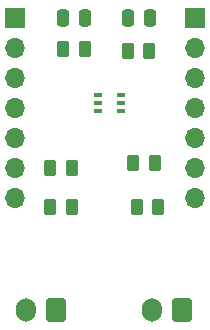
<source format=gbr>
%TF.GenerationSoftware,KiCad,Pcbnew,(6.0.5)*%
%TF.CreationDate,2022-05-19T09:16:10-04:00*%
%TF.ProjectId,OneMoreThermistor,4f6e654d-6f72-4655-9468-65726d697374,rev?*%
%TF.SameCoordinates,Original*%
%TF.FileFunction,Soldermask,Top*%
%TF.FilePolarity,Negative*%
%FSLAX46Y46*%
G04 Gerber Fmt 4.6, Leading zero omitted, Abs format (unit mm)*
G04 Created by KiCad (PCBNEW (6.0.5)) date 2022-05-19 09:16:10*
%MOMM*%
%LPD*%
G01*
G04 APERTURE LIST*
G04 Aperture macros list*
%AMRoundRect*
0 Rectangle with rounded corners*
0 $1 Rounding radius*
0 $2 $3 $4 $5 $6 $7 $8 $9 X,Y pos of 4 corners*
0 Add a 4 corners polygon primitive as box body*
4,1,4,$2,$3,$4,$5,$6,$7,$8,$9,$2,$3,0*
0 Add four circle primitives for the rounded corners*
1,1,$1+$1,$2,$3*
1,1,$1+$1,$4,$5*
1,1,$1+$1,$6,$7*
1,1,$1+$1,$8,$9*
0 Add four rect primitives between the rounded corners*
20,1,$1+$1,$2,$3,$4,$5,0*
20,1,$1+$1,$4,$5,$6,$7,0*
20,1,$1+$1,$6,$7,$8,$9,0*
20,1,$1+$1,$8,$9,$2,$3,0*%
G04 Aperture macros list end*
%ADD10RoundRect,0.250000X0.600000X0.750000X-0.600000X0.750000X-0.600000X-0.750000X0.600000X-0.750000X0*%
%ADD11O,1.700000X2.000000*%
%ADD12RoundRect,0.250000X-0.262500X-0.450000X0.262500X-0.450000X0.262500X0.450000X-0.262500X0.450000X0*%
%ADD13RoundRect,0.250000X-0.250000X-0.475000X0.250000X-0.475000X0.250000X0.475000X-0.250000X0.475000X0*%
%ADD14R,1.700000X1.700000*%
%ADD15O,1.700000X1.700000*%
%ADD16RoundRect,0.250000X0.262500X0.450000X-0.262500X0.450000X-0.262500X-0.450000X0.262500X-0.450000X0*%
%ADD17R,0.650000X0.400000*%
G04 APERTURE END LIST*
D10*
%TO.C,J1*%
X102997000Y-83820000D03*
D11*
X100497000Y-83820000D03*
%TD*%
D12*
%TO.C,R4*%
X91901000Y-75057000D03*
X93726000Y-75057000D03*
%TD*%
D13*
%TO.C,C2*%
X92964000Y-59055000D03*
X94864000Y-59055000D03*
%TD*%
D14*
%TO.C,J3*%
X104140000Y-59070000D03*
D15*
X104140000Y-61610000D03*
X104140000Y-64150000D03*
X104140000Y-66690000D03*
X104140000Y-69230000D03*
X104140000Y-71770000D03*
X104140000Y-74310000D03*
%TD*%
D16*
%TO.C,R1*%
X101012000Y-75057000D03*
X99187000Y-75057000D03*
%TD*%
D13*
%TO.C,C1*%
X98430000Y-59055000D03*
X100330000Y-59055000D03*
%TD*%
D12*
%TO.C,R2*%
X98909500Y-71374000D03*
X100734500Y-71374000D03*
%TD*%
D10*
%TO.C,J4*%
X92329000Y-83837000D03*
D11*
X89829000Y-83837000D03*
%TD*%
D16*
%TO.C,R6*%
X94789000Y-61722000D03*
X92964000Y-61722000D03*
%TD*%
D14*
%TO.C,J2*%
X88900000Y-59070000D03*
D15*
X88900000Y-61610000D03*
X88900000Y-64150000D03*
X88900000Y-66690000D03*
X88900000Y-69230000D03*
X88900000Y-71770000D03*
X88900000Y-74310000D03*
%TD*%
D12*
%TO.C,R5*%
X91901000Y-71755000D03*
X93726000Y-71755000D03*
%TD*%
D17*
%TO.C,D1*%
X95951000Y-65644000D03*
X95951000Y-66294000D03*
X95951000Y-66944000D03*
X97851000Y-66944000D03*
X97851000Y-66294000D03*
X97851000Y-65644000D03*
%TD*%
D16*
%TO.C,R3*%
X100250000Y-61849000D03*
X98425000Y-61849000D03*
%TD*%
M02*

</source>
